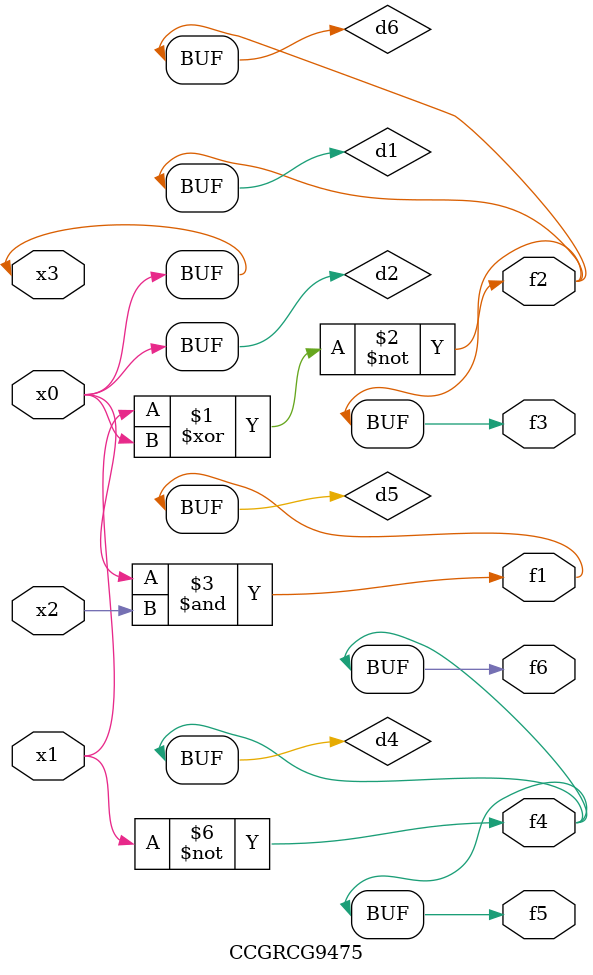
<source format=v>
module CCGRCG9475(
	input x0, x1, x2, x3,
	output f1, f2, f3, f4, f5, f6
);

	wire d1, d2, d3, d4, d5, d6;

	xnor (d1, x1, x3);
	buf (d2, x0, x3);
	nand (d3, x0, x2);
	not (d4, x1);
	nand (d5, d3);
	or (d6, d1);
	assign f1 = d5;
	assign f2 = d6;
	assign f3 = d6;
	assign f4 = d4;
	assign f5 = d4;
	assign f6 = d4;
endmodule

</source>
